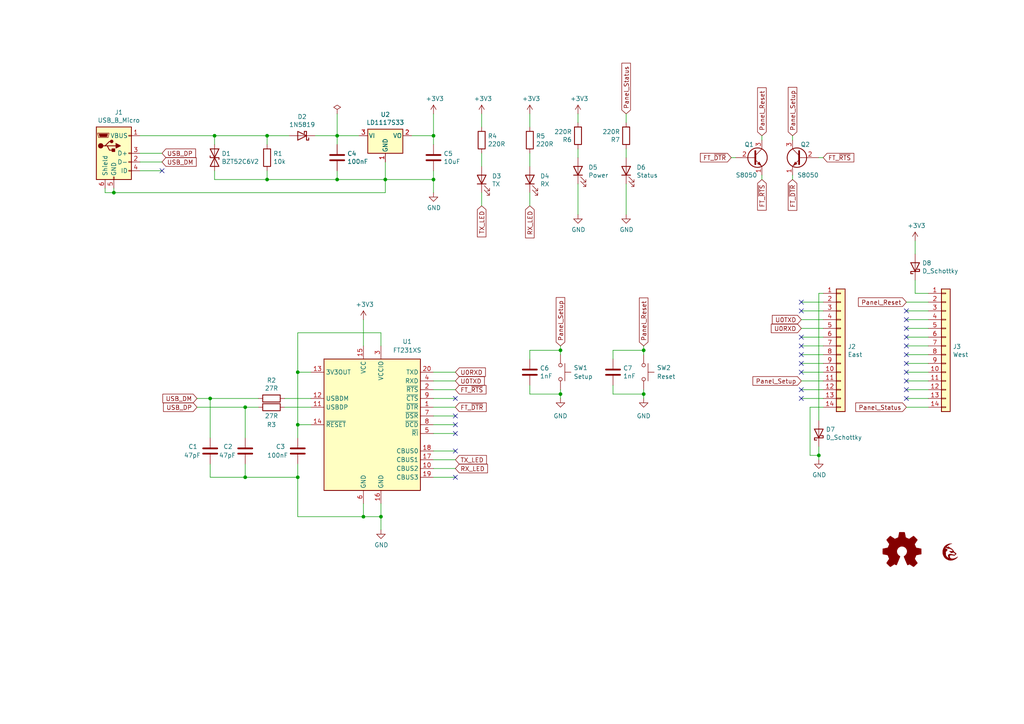
<source format=kicad_sch>
(kicad_sch (version 20211123) (generator eeschema)
  (paper "A4")
  (title_block (title "Satellite Panel") (date "2022-02-08") (rev "2.0") (company "GrayC GmbH") (comment 1 "Fabian Schlegel") (comment 4 "Front Panel Module with Setup / Reset Buttons and Status LEDs"))
  (lib_symbols
    (symbol "Connector:USB_B_Micro" (pin_names (offset 1.016))
      (property "Reference" "J" (at -5.08 11.43 0))
      (property "Value" "USB_B_Micro" (at -5.08 8.89 0))
      (symbol "USB_B_Micro_0_1"
        (rectangle (start -5.08 -7.62) (end 5.08 7.62) (stroke (width 0.254)) (fill (type background)))
        (circle (center -3.81 2.159) (radius 0.635) (stroke (width 0.254)) (fill (type outline)))
        (circle (center -0.635 3.429) (radius 0.381) (stroke (width 0.254)) (fill (type outline)))
        (rectangle (start -0.127 -7.62) (end 0.127 -6.858))
        (polyline (pts (xy -1.905 2.159) (xy 0.635 2.159)) (stroke (width 0.254)))
        (polyline (pts (xy -3.175 2.159) (xy -2.54 2.159) (xy -1.27 3.429) (xy -0.635 3.429)) (stroke (width 0.254)))
        (polyline (pts (xy -2.54 2.159) (xy -1.905 2.159) (xy -1.27 0.889) (xy 0 0.889)) (stroke (width 0.254)))
        (polyline (pts (xy 0.635 2.794) (xy 0.635 1.524) (xy 1.905 2.159) (xy 0.635 2.794)) (stroke (width 0.254)) (fill (type outline)))
        (polyline (pts (xy -4.318 5.588) (xy -1.778 5.588) (xy -2.032 4.826) (xy -4.064 4.826) (xy -4.318 5.588)) (fill (type outline)))
        (polyline (pts (xy -4.699 5.842) (xy -4.699 5.588) (xy -4.445 4.826) (xy -4.445 4.572) (xy -1.651 4.572) (xy -1.651 4.826) (xy -1.397 5.588) (xy -1.397 5.842) (xy -4.699 5.842)))
        (rectangle (start 0.254 1.27) (end -0.508 0.508) (stroke (width 0.254)) (fill (type outline)))
        (rectangle (start 5.08 -5.207) (end 4.318 -4.953))
        (rectangle (start 5.08 -2.667) (end 4.318 -2.413))
        (rectangle (start 5.08 -0.127) (end 4.318 0.127))
        (rectangle (start 5.08 4.953) (end 4.318 5.207))
      )
      (symbol "USB_B_Micro_1_1"
        (pin power_out line (at 7.62 5.08 180) (length 2.54) (name "VBUS") (number "1"))
        (pin bidirectional line (at 7.62 -2.54 180) (length 2.54) (name "D-") (number "2"))
        (pin bidirectional line (at 7.62 0 180) (length 2.54) (name "D+") (number "3"))
        (pin passive line (at 7.62 -5.08 180) (length 2.54) (name "ID") (number "4"))
        (pin power_out line (at 0 -10.16 90) (length 2.54) (name "GND") (number "5"))
        (pin passive line (at -2.54 -10.16 90) (length 2.54) (name "Shield") (number "6"))
      )
    )
    (symbol "Connector_Generic:Conn_01x14" (pin_names (offset 1.016) hide)
      (property "Reference" "J" (at 0 17.78 0))
      (property "Value" "Conn_01x14" (at 0 -20.32 0))
      (symbol "Conn_01x14_1_1"
        (rectangle (start -1.27 -17.653) (end 0 -17.907) (stroke (width 0.1524)))
        (rectangle (start -1.27 -15.113) (end 0 -15.367) (stroke (width 0.1524)))
        (rectangle (start -1.27 -12.573) (end 0 -12.827) (stroke (width 0.1524)))
        (rectangle (start -1.27 -10.033) (end 0 -10.287) (stroke (width 0.1524)))
        (rectangle (start -1.27 -7.493) (end 0 -7.747) (stroke (width 0.1524)))
        (rectangle (start -1.27 -4.953) (end 0 -5.207) (stroke (width 0.1524)))
        (rectangle (start -1.27 -2.413) (end 0 -2.667) (stroke (width 0.1524)))
        (rectangle (start -1.27 0.127) (end 0 -0.127) (stroke (width 0.1524)))
        (rectangle (start -1.27 2.667) (end 0 2.413) (stroke (width 0.1524)))
        (rectangle (start -1.27 5.207) (end 0 4.953) (stroke (width 0.1524)))
        (rectangle (start -1.27 7.747) (end 0 7.493) (stroke (width 0.1524)))
        (rectangle (start -1.27 10.287) (end 0 10.033) (stroke (width 0.1524)))
        (rectangle (start -1.27 12.827) (end 0 12.573) (stroke (width 0.1524)))
        (rectangle (start -1.27 15.367) (end 0 15.113) (stroke (width 0.1524)))
        (rectangle (start -1.27 16.51) (end 1.27 -19.05) (stroke (width 0.254)) (fill (type background)))
        (pin passive line (at -5.08 15.24 0) (length 3.81) (name "Pin_1") (number "1"))
        (pin passive line (at -5.08 -7.62 0) (length 3.81) (name "Pin_10") (number "10"))
        (pin passive line (at -5.08 -10.16 0) (length 3.81) (name "Pin_11") (number "11"))
        (pin passive line (at -5.08 -12.7 0) (length 3.81) (name "Pin_12") (number "12"))
        (pin passive line (at -5.08 -15.24 0) (length 3.81) (name "Pin_13") (number "13"))
        (pin passive line (at -5.08 -17.78 0) (length 3.81) (name "Pin_14") (number "14"))
        (pin passive line (at -5.08 12.7 0) (length 3.81) (name "Pin_2") (number "2"))
        (pin passive line (at -5.08 10.16 0) (length 3.81) (name "Pin_3") (number "3"))
        (pin passive line (at -5.08 7.62 0) (length 3.81) (name "Pin_4") (number "4"))
        (pin passive line (at -5.08 5.08 0) (length 3.81) (name "Pin_5") (number "5"))
        (pin passive line (at -5.08 2.54 0) (length 3.81) (name "Pin_6") (number "6"))
        (pin passive line (at -5.08 0 0) (length 3.81) (name "Pin_7") (number "7"))
        (pin passive line (at -5.08 -2.54 0) (length 3.81) (name "Pin_8") (number "8"))
        (pin passive line (at -5.08 -5.08 0) (length 3.81) (name "Pin_9") (number "9"))
      )
    )
    (symbol "Device:C" (pin_numbers hide) (pin_names (offset 0.254))
      (property "Reference" "C" (at 0.635 2.54 0))
      (property "Value" "C" (at 0.635 -2.54 0))
      (symbol "C_0_1"
        (polyline (pts (xy -2.032 -0.762) (xy 2.032 -0.762)) (stroke (width 0.508)))
        (polyline (pts (xy -2.032 0.762) (xy 2.032 0.762)) (stroke (width 0.508)))
      )
      (symbol "C_1_1"
        (pin passive line (at 0 3.81 270) (length 2.794) (name "~") (number "1"))
        (pin passive line (at 0 -3.81 90) (length 2.794) (name "~") (number "2"))
      )
    )
    (symbol "Device:D_Schottky" (pin_numbers hide) (pin_names (offset 1.016) hide)
      (property "Reference" "D" (at 0 2.54 0))
      (property "Value" "D_Schottky" (at 0 -2.54 0))
      (symbol "D_Schottky_0_1"
        (polyline (pts (xy 1.27 0) (xy -1.27 0)))
        (polyline (pts (xy 1.27 1.27) (xy 1.27 -1.27) (xy -1.27 0) (xy 1.27 1.27)) (stroke (width 0.254)))
        (polyline (pts (xy -1.905 0.635) (xy -1.905 1.27) (xy -1.27 1.27) (xy -1.27 -1.27) (xy -0.635 -1.27) (xy -0.635 -0.635)) (stroke (width 0.254)))
      )
      (symbol "D_Schottky_1_1"
        (pin passive line (at -3.81 0 0) (length 2.54) (name "K") (number "1"))
        (pin passive line (at 3.81 0 180) (length 2.54) (name "A") (number "2"))
      )
    )
    (symbol "Device:D_TVS" (pin_numbers hide) (pin_names (offset 1.016) hide)
      (property "Reference" "D" (at 0 2.54 0))
      (property "Value" "D_TVS" (at 0 -2.54 0))
      (symbol "D_TVS_0_1"
        (polyline (pts (xy 1.27 0) (xy -1.27 0)))
        (polyline (pts (xy 0.508 1.27) (xy 0 1.27) (xy 0 -1.27) (xy -0.508 -1.27)) (stroke (width 0.254)))
        (polyline (pts (xy -2.54 1.27) (xy -2.54 -1.27) (xy 2.54 1.27) (xy 2.54 -1.27) (xy -2.54 1.27)) (stroke (width 0.254)))
      )
      (symbol "D_TVS_1_1"
        (pin passive line (at -3.81 0 0) (length 2.54) (name "A1") (number "1"))
        (pin passive line (at 3.81 0 180) (length 2.54) (name "A2") (number "2"))
      )
    )
    (symbol "Device:LED" (pin_numbers hide) (pin_names (offset 1.016) hide)
      (property "Reference" "D" (at 0 2.54 0))
      (property "Value" "LED" (at 0 -2.54 0))
      (symbol "LED_0_1"
        (polyline (pts (xy -1.27 -1.27) (xy -1.27 1.27)) (stroke (width 0.254)))
        (polyline (pts (xy -1.27 0) (xy 1.27 0)))
        (polyline (pts (xy 1.27 -1.27) (xy 1.27 1.27) (xy -1.27 0) (xy 1.27 -1.27)) (stroke (width 0.254)))
        (polyline (pts (xy -3.048 -0.762) (xy -4.572 -2.286) (xy -3.81 -2.286) (xy -4.572 -2.286) (xy -4.572 -1.524)))
        (polyline (pts (xy -1.778 -0.762) (xy -3.302 -2.286) (xy -2.54 -2.286) (xy -3.302 -2.286) (xy -3.302 -1.524)))
      )
      (symbol "LED_1_1"
        (pin passive line (at -3.81 0 0) (length 2.54) (name "K") (number "1"))
        (pin passive line (at 3.81 0 180) (length 2.54) (name "A") (number "2"))
      )
    )
    (symbol "Device:R" (pin_numbers hide) (pin_names (offset 0))
      (property "Reference" "R" (at 2.032 0 90))
      (property "Value" "R" (at 0 0 90))
      (symbol "R_0_1"
        (rectangle (start -1.016 -2.54) (end 1.016 2.54) (stroke (width 0.254)))
      )
      (symbol "R_1_1"
        (pin passive line (at 0 3.81 270) (length 1.27) (name "~") (number "1"))
        (pin passive line (at 0 -3.81 90) (length 1.27) (name "~") (number "2"))
      )
    )
    (symbol "Graphic:Logo_Open_Hardware_Small" (pin_names (offset 1.016))
      (symbol "Logo_Open_Hardware_Small_0_1"
        (polyline (pts (xy 3.3528 -4.3434) (xy 3.302 -4.318) (xy 3.175 -4.2418) (xy 2.9972 -4.1148) (xy 2.7686 -3.9624) (xy 2.54 -3.81) (xy 2.3622 -3.7084) (xy 2.2352 -3.6068) (xy 2.1844 -3.5814) (xy 2.159 -3.6068) (xy 2.0574 -3.6576) (xy 1.905 -3.7338) (xy 1.8034 -3.7846) (xy 1.6764 -3.8354) (xy 1.6002 -3.8354) (xy 1.6002 -3.8354) (xy 1.5494 -3.7338) (xy 1.4732 -3.5306) (xy 1.3462 -3.302) (xy 1.2446 -3.0226) (xy 1.1176 -2.7178) (xy 0.9652 -2.413) (xy 0.8636 -2.1082) (xy 0.7366 -1.8288) (xy 0.6604 -1.6256) (xy 0.6096 -1.4732) (xy 0.5842 -1.397) (xy 0.5842 -1.397) (xy 0.6604 -1.3208) (xy 0.7874 -1.2446) (xy 1.0414 -1.016) (xy 1.2954 -0.6858) (xy 1.4478 -0.3302) (xy 1.524 0.0762) (xy 1.4732 0.4572) (xy 1.3208 0.8128) (xy 1.0668 1.143) (xy 0.762 1.3716) (xy 0.4064 1.524) (xy 0 1.5748) (xy -0.381 1.5494) (xy -0.7366 1.397) (xy -1.0668 1.143) (xy -1.2192 0.9906) (xy -1.397 0.6604) (xy -1.524 0.3048) (xy -1.524 0.2286) (xy -1.4986 -0.1778) (xy -1.397 -0.5334) (xy -1.1938 -0.8636) (xy -0.9144 -1.143) (xy -0.8636 -1.1684) (xy -0.7366 -1.27) (xy -0.635 -1.3462) (xy -0.5842 -1.397) (xy -1.0668 -2.5908) (xy -1.143 -2.794) (xy -1.2954 -3.1242) (xy -1.397 -3.4036) (xy -1.4986 -3.6322) (xy -1.5748 -3.7846) (xy -1.6002 -3.8354) (xy -1.6002 -3.8354) (xy -1.651 -3.8354) (xy -1.7272 -3.81) (xy -1.905 -3.7338) (xy -2.0066 -3.683) (xy -2.1336 -3.6068) (xy -2.2098 -3.5814) (xy -2.2606 -3.6068) (xy -2.3622 -3.683) (xy -2.54 -3.81) (xy -2.7686 -3.9624) (xy -2.9718 -4.0894) (xy -3.1496 -4.2164) (xy -3.302 -4.318) (xy -3.3528 -4.3434) (xy -3.3782 -4.3434) (xy -3.429 -4.318) (xy -3.5306 -4.2164) (xy -3.7084 -4.064) (xy -3.937 -3.8354) (xy -3.9624 -3.81) (xy -4.1656 -3.6068) (xy -4.318 -3.4544) (xy -4.4196 -3.3274) (xy -4.445 -3.2766) (xy -4.445 -3.2766) (xy -4.4196 -3.2258) (xy -4.318 -3.0734) (xy -4.2164 -2.8956) (xy -4.064 -2.667) (xy -3.6576 -2.0828) (xy -3.8862 -1.5494) (xy -3.937 -1.3716) (xy -4.0386 -1.1684) (xy -4.0894 -1.0414) (xy -4.1148 -0.9652) (xy -4.191 -0.9398) (xy -4.318 -0.9144) (xy -4.5466 -0.8636) (xy -4.8006 -0.8128) (xy -5.0546 -0.7874) (xy -5.2578 -0.7366) (xy -5.4356 -0.7112) (xy -5.5118 -0.6858) (xy -5.5118 -0.6858) (xy -5.5372 -0.635) (xy -5.5372 -0.5588) (xy -5.5372 -0.4318) (xy -5.5626 -0.2286) (xy -5.5626 0.0762) (xy -5.5626 0.127) (xy -5.5372 0.4064) (xy -5.5372 0.635) (xy -5.5372 0.762) (xy -5.5372 0.8382) (xy -5.5372 0.8382) (xy -5.461 0.8382) (xy -5.3086 0.889) (xy -5.08 0.9144) (xy -4.826 0.9652) (xy -4.8006 0.9906) (xy -4.5466 1.0414) (xy -4.318 1.0668) (xy -4.1656 1.1176) (xy -4.0894 1.143) (xy -4.0894 1.143) (xy -4.0386 1.2446) (xy -3.9624 1.4224) (xy -3.8608 1.6256) (xy -3.7846 1.8288) (xy -3.7084 2.0066) (xy -3.6576 2.159) (xy -3.6322 2.2098) (xy -3.6322 2.2098) (xy -3.683 2.286) (xy -3.7592 2.413) (xy -3.8862 2.5908) (xy -4.064 2.8194) (xy -4.064 2.8448) (xy -4.2164 3.0734) (xy -4.3434 3.2512) (xy -4.4196 3.3782) (xy -4.445 3.4544) (xy -4.445 3.4544) (xy -4.3942 3.5052) (xy -4.2926 3.6322) (xy -4.1148 3.81) (xy -3.937 4.0132) (xy -3.8608 4.064) (xy -3.6576 4.2926) (xy -3.5052 4.4196) (xy -3.4036 4.4958) (xy -3.3528 4.5212) (xy -3.3528 4.5212) (xy -3.302 4.4704) (xy -3.1496 4.3688) (xy -2.9718 4.2418) (xy -2.7432 4.0894) (xy -2.7178 4.0894) (xy -2.4892 3.937) (xy -2.3114 3.81) (xy -2.1844 3.7084) (xy -2.1336 3.683) (xy -2.1082 3.683) (xy -2.032 3.7084) (xy -1.8542 3.7592) (xy -1.6764 3.8354) (xy -1.4732 3.937) (xy -1.27 4.0132) (xy -1.143 4.064) (xy -1.0668 4.1148) (xy -1.0668 4.1148) (xy -1.0414 4.191) (xy -1.016 4.3434) (xy -0.9652 4.572) (xy -0.9144 4.8514) (xy -0.889 4.9022) (xy -0.8382 5.1562) (xy -0.8128 5.3848) (xy -0.7874 5.5372) (xy -0.762 5.588) (xy -0.7112 5.6134) (xy -0.5842 5.6134) (xy -0.4064 5.6134) (xy -0.1524 5.6134) (xy 0.0762 5.6134) (xy 0.3302 5.6134) (xy 0.5334 5.6134) (xy 0.6858 5.588) (xy 0.7366 5.588) (xy 0.7366 5.588) (xy 0.762 5.5118) (xy 0.8128 5.334) (xy 0.8382 5.1054) (xy 0.9144 4.826) (xy 0.9144 4.7752) (xy 0.9652 4.5212) (xy 1.016 4.2926) (xy 1.0414 4.1402) (xy 1.0668 4.0894) (xy 1.0668 4.0894) (xy 1.1938 4.0386) (xy 1.3716 3.9624) (xy 1.5748 3.8608) (xy 2.0828 3.6576) (xy 2.7178 4.0894) (xy 2.7686 4.1402) (xy 2.9972 4.2926) (xy 3.175 4.4196) (xy 3.302 4.4958) (xy 3.3782 4.5212) (xy 3.3782 4.5212) (xy 3.429 4.4704) (xy 3.556 4.3434) (xy 3.7338 4.191) (xy 3.9116 3.9878) (xy 4.064 3.8354) (xy 4.2418 3.6576) (xy 4.3434 3.556) (xy 4.4196 3.4798) (xy 4.4196 3.429) (xy 4.4196 3.4036) (xy 4.3942 3.3274) (xy 4.2926 3.2004) (xy 4.1656 2.9972) (xy 4.0132 2.794) (xy 3.8862 2.5908) (xy 3.7592 2.3876) (xy 3.6576 2.2352) (xy 3.6322 2.159) (xy 3.6322 2.1336) (xy 3.683 2.0066) (xy 3.7592 1.8288) (xy 3.8608 1.6002) (xy 4.064 1.1176) (xy 4.3942 1.0414) (xy 4.5974 1.016) (xy 4.8768 0.9652) (xy 5.1308 0.9144) (xy 5.5372 0.8382) (xy 5.5626 -0.6604) (xy 5.4864 -0.6858) (xy 5.4356 -0.6858) (xy 5.2832 -0.7366) (xy 5.0546 -0.762) (xy 4.8006 -0.8128) (xy 4.5974 -0.8636) (xy 4.3688 -0.9144) (xy 4.2164 -0.9398) (xy 4.1402 -0.9398) (xy 4.1148 -0.9652) (xy 4.064 -1.0668) (xy 3.9878 -1.2446) (xy 3.9116 -1.4478) (xy 3.81 -1.651) (xy 3.7338 -1.8542) (xy 3.683 -2.0066) (xy 3.6576 -2.0828) (xy 3.683 -2.1336) (xy 3.7846 -2.2606) (xy 3.8862 -2.4638) (xy 4.0386 -2.667) (xy 4.191 -2.8956) (xy 4.318 -3.0734) (xy 4.3942 -3.2004) (xy 4.445 -3.2766) (xy 4.4196 -3.3274) (xy 4.3434 -3.429) (xy 4.1656 -3.5814) (xy 3.937 -3.8354) (xy 3.8862 -3.8608) (xy 3.683 -4.064) (xy 3.5306 -4.2164) (xy 3.4036 -4.318) (xy 3.3528 -4.3434)) (fill (type outline)))
      )
    )
    (symbol "Interface_USB:FT231XS"
      (property "Reference" "U" (at -13.97 20.32 0))
      (property "Value" "FT231XS" (at 7.62 20.32 0))
      (symbol "FT231XS_0_1"
        (rectangle (start -13.97 19.05) (end 13.97 -19.05) (stroke (width 0.254)) (fill (type background)))
      )
      (symbol "FT231XS_1_1"
        (pin output line (at 17.78 5.08 180) (length 3.81) (name "~{DTR}") (number "1"))
        (pin bidirectional line (at 17.78 -12.7 180) (length 3.81) (name "CBUS2") (number "10"))
        (pin bidirectional line (at -17.78 5.08 0) (length 3.81) (name "USBDP") (number "11"))
        (pin bidirectional line (at -17.78 7.62 0) (length 3.81) (name "USBDM") (number "12"))
        (pin power_out line (at -17.78 15.24 0) (length 3.81) (name "3V3OUT") (number "13"))
        (pin input line (at -17.78 0 0) (length 3.81) (name "~{RESET}") (number "14"))
        (pin power_in line (at -2.54 22.86 270) (length 3.81) (name "VCC") (number "15"))
        (pin power_in line (at 2.54 -22.86 90) (length 3.81) (name "GND") (number "16"))
        (pin bidirectional line (at 17.78 -10.16 180) (length 3.81) (name "CBUS1") (number "17"))
        (pin bidirectional line (at 17.78 -7.62 180) (length 3.81) (name "CBUS0") (number "18"))
        (pin bidirectional line (at 17.78 -15.24 180) (length 3.81) (name "CBUS3") (number "19"))
        (pin output line (at 17.78 10.16 180) (length 3.81) (name "~{RTS}") (number "2"))
        (pin output line (at 17.78 15.24 180) (length 3.81) (name "TXD") (number "20"))
        (pin power_in line (at 2.54 22.86 270) (length 3.81) (name "VCCIO") (number "3"))
        (pin input line (at 17.78 12.7 180) (length 3.81) (name "RXD") (number "4"))
        (pin input line (at 17.78 -2.54 180) (length 3.81) (name "~{RI}") (number "5"))
        (pin power_in line (at -2.54 -22.86 90) (length 3.81) (name "GND") (number "6"))
        (pin input line (at 17.78 2.54 180) (length 3.81) (name "~{DSR}") (number "7"))
        (pin input line (at 17.78 0 180) (length 3.81) (name "~{DCD}") (number "8"))
        (pin input line (at 17.78 7.62 180) (length 3.81) (name "~{CTS}") (number "9"))
      )
    )
    (symbol "Regulator_Linear:LD1117S33TR_SOT223" (pin_names (offset 0.254))
      (property "Reference" "U" (at -3.81 3.175 0))
      (property "Value" "LD1117S33TR_SOT223" (at 0 3.175 0))
      (symbol "LD1117S33TR_SOT223_0_1"
        (rectangle (start -5.08 -5.08) (end 5.08 1.905) (stroke (width 0.254)) (fill (type background)))
      )
      (symbol "LD1117S33TR_SOT223_1_1"
        (pin power_in line (at 0 -7.62 90) (length 2.54) (name "GND") (number "1"))
        (pin power_out line (at 7.62 0 180) (length 2.54) (name "VO") (number "2"))
        (pin power_in line (at -7.62 0 0) (length 2.54) (name "VI") (number "3"))
      )
    )
    (symbol "Switch:SW_Push" (pin_numbers hide) (pin_names (offset 1.016) hide)
      (property "Reference" "SW" (at 1.27 2.54 0))
      (property "Value" "SW_Push" (at 0 -1.524 0))
      (symbol "SW_Push_0_1"
        (circle (center -2.032 0) (radius 0.508))
        (polyline (pts (xy 0 1.27) (xy 0 3.048)))
        (polyline (pts (xy 2.54 1.27) (xy -2.54 1.27)))
        (circle (center 2.032 0) (radius 0.508))
        (pin passive line (at -5.08 0 0) (length 2.54) (name "1") (number "1"))
        (pin passive line (at 5.08 0 180) (length 2.54) (name "2") (number "2"))
      )
    )
    (symbol "Transistor_BJT:S8050" (pin_names (offset 0) hide)
      (property "Reference" "Q" (at 5.08 1.905 0))
      (property "Value" "S8050" (at 5.08 0 0))
      (symbol "S8050_0_1"
        (polyline (pts (xy 0 0) (xy 0.635 0)))
        (polyline (pts (xy 0.635 0.635) (xy 2.54 2.54)))
        (polyline (pts (xy 0.635 -0.635) (xy 2.54 -2.54) (xy 2.54 -2.54)))
        (polyline (pts (xy 0.635 1.905) (xy 0.635 -1.905) (xy 0.635 -1.905)) (stroke (width 0.508)))
        (polyline (pts (xy 1.27 -1.778) (xy 1.778 -1.27) (xy 2.286 -2.286) (xy 1.27 -1.778) (xy 1.27 -1.778)) (fill (type outline)))
        (circle (center 1.27 0) (radius 2.8194) (stroke (width 0.254)))
      )
      (symbol "S8050_1_1"
        (pin passive line (at 2.54 -5.08 90) (length 2.54) (name "E") (number "1"))
        (pin input line (at -5.08 0 0) (length 5.08) (name "B") (number "2"))
        (pin passive line (at 2.54 5.08 270) (length 2.54) (name "C") (number "3"))
      )
    )
    (symbol "grayc-logo-negative:LOGO" (pin_names (offset 1.016))
      (symbol "LOGO_0_0"
        (polyline (pts (xy 0.4572 -2.5146) (xy 0.9398 -2.3876) (xy 1.397 -2.1844) (xy 1.8034 -1.9304) (xy 2.0828 -1.6256) (xy 2.159 -1.4732) (xy 2.159 -1.4478) (xy 2.0574 -1.5494) (xy 1.7526 -1.7526) (xy 1.2446 -1.9558) (xy 0.7112 -2.032) (xy 0.4826 -2.032) (xy 0.1524 -1.9304) (xy -0.0508 -1.7526) (xy -0.1524 -1.4478) (xy -0.1778 -1.2192) (xy -0.1016 -1.1176) (xy 0.0508 -1.016) (xy 0.1524 -0.9906) (xy 0.4064 -0.9652) (xy 0.7112 -1.016) (xy 0.8128 -1.0414) (xy 1.0414 -1.0922) (xy 1.2192 -1.1176) (xy 1.2446 -1.0922) (xy 1.3716 -1.016) (xy 1.5494 -0.8636) (xy 1.7018 -0.7112) (xy 1.778 -0.5842) (xy 1.6002 -0.4064) (xy 1.397 -0.254) (xy 1.0922 0) (xy 0.9652 0.2286) (xy 0.9144 0.3556) (xy 0.762 0.5842) (xy 0.508 0.8128) (xy 0.1016 1.0414) (xy -0.3048 1.2954) (xy -0.4064 1.397) (xy -0.4572 1.4986) (xy -0.5588 1.4986) (xy -0.6096 1.3716) (xy -0.635 1.2954) (xy -0.7366 1.2954) (xy -0.8128 1.3208) (xy -1.016 1.3462) (xy -1.0668 1.397) (xy -0.9906 1.4986) (xy -0.8382 1.651) (xy -0.635 1.8288) (xy -0.127 2.1336) (xy 0.0762 2.2352) (xy 0.5334 2.3622) (xy 0.0508 2.3368) (xy -0.4064 2.2606) (xy -0.9906 2.032) (xy -1.4986 1.651) (xy -1.7272 1.3716) (xy -1.8542 1.1176) (xy -1.4478 1.1176) (xy -1.4478 1.143) (xy -1.3208 1.1684) (xy -1.0922 1.1176) (xy -0.7874 1.016) (xy -0.635 0.9398) (xy -0.4572 0.889) (xy -0.381 0.9144) (xy -0.3556 0.9398) (xy -0.254 0.9398) (xy -0.0508 0.8636) (xy 0.2032 0.762) (xy 0.4318 0.635) (xy 0.6096 0.5334) (xy 0.6858 0.4064) (xy 0.762 0.254) (xy 0.7366 0.2032) (xy 0.6858 0.1524) (xy 0.5334 0.127) (xy 0.2286 0.1524) (xy 0.0254 0.1524) (xy -0.1778 0.127) (xy -0.2286 0.0762) (xy -0.2032 0.0508) (xy -0.0762 0) (xy -0.0508 0) (xy 0.0762 -0.0762) (xy 0.2794 -0.0762) (xy 0.2794 -0.0254) (xy 0.381 -0.0254) (xy 0.4064 -0.0508) (xy 0.3302 -0.1016) (xy 0.2794 -0.0762) (xy 0.0762 -0.0762) (xy 0.1778 -0.2032) (xy 0.1778 -0.3048) (xy 0.2286 -0.3302) (xy 0.4064 -0.3302) (xy 0.6604 -0.254) (xy 0.6858 -0.254) (xy 0.9906 -0.2032) (xy 1.2192 -0.3048) (xy 1.3716 -0.508) (xy 1.4224 -0.635) (xy 1.4478 -0.762) (xy 1.3716 -0.8636) (xy 1.3208 -0.889) (xy 1.1938 -0.9144) (xy 0.9652 -0.8636) (xy 0.635 -0.7874) (xy 0.2794 -0.6858) (xy -0.0254 -0.6604) (xy -0.254 -0.6858) (xy -0.4318 -0.8636) (xy -0.5334 -0.889) (xy -0.5842 -0.9144) (xy -0.6096 -1.0414) (xy -0.5842 -1.2446) (xy -0.5334 -1.4478) (xy -0.4572 -1.6002) (xy -0.4064 -1.6764) (xy -0.381 -1.8034) (xy -0.4572 -1.8034) (xy -0.6604 -1.7018) (xy -0.8128 -1.6002) (xy -1.0922 -1.3208) (xy -1.2446 -1.0414) (xy -1.27 -0.6604) (xy -1.2446 -0.5334) (xy -1.27 -0.3556) (xy -1.2954 -0.3048) (xy -1.3208 -0.3302) (xy -1.3716 -0.3048) (xy -1.3462 -0.1778) (xy -1.2446 -0.0254) (xy -1.1176 0.1524) (xy -0.9144 0.3556) (xy -0.8128 0.5334) (xy -0.889 0.7112) (xy -1.143 0.8382) (xy -1.3716 0.9398) (xy -1.4478 1.1176) (xy -1.8542 1.1176) (xy -2.0066 0.8636) (xy -2.032 0.7112) (xy -1.27 0.7112) (xy -1.2446 0.762) (xy -1.1938 0.7112) (xy -1.2446 0.6604) (xy -1.27 0.7112) (xy -2.032 0.7112) (xy -2.159 0.3048) (xy -2.1844 -0.254) (xy -2.0828 -0.8128) (xy -1.8542 -1.3462) (xy -1.524 -1.8034) (xy -1.0668 -2.159) (xy -0.508 -2.413) (xy -0.4318 -2.4384) (xy -0.127 -2.5146) (xy 0.1524 -2.54) (xy 0.4572 -2.5146)) (stroke (width 0.0254)) (fill (type outline)))
      )
    )
    (symbol "power:+3V3" (power) (pin_names (offset 0))
      (property "Value" "+3V3" (at 0 3.556 0))
      (symbol "+3V3_0_1"
        (polyline (pts (xy -0.762 1.27) (xy 0 2.54)))
        (polyline (pts (xy 0 0) (xy 0 2.54)))
        (polyline (pts (xy 0 2.54) (xy 0.762 1.27)))
      )
      (symbol "+3V3_1_1"
        (pin power_in line (at 0 0 90) (length 0) hide (name "+3V3") (number "1"))
      )
    )
    (symbol "power:GND" (power) (pin_names (offset 0))
      (property "Value" "GND" (at 0 -3.81 0))
      (symbol "GND_0_1"
        (polyline (pts (xy 0 0) (xy 0 -1.27) (xy 1.27 -1.27) (xy 0 -2.54) (xy -1.27 -1.27) (xy 0 -1.27)))
      )
      (symbol "GND_1_1"
        (pin power_in line (at 0 0 270) (length 0) hide (name "GND") (number "1"))
      )
    )
    (symbol "power:PWR_FLAG" (power) (pin_numbers hide) (pin_names (offset 0) hide)
      (property "Value" "PWR_FLAG" (at 0 3.81 0))
      (symbol "PWR_FLAG_0_0"
        (pin power_out line (at 0 0 90) (length 0) (name "pwr") (number "1"))
      )
      (symbol "PWR_FLAG_0_1"
        (polyline (pts (xy 0 0) (xy 0 1.27) (xy -1.016 1.905) (xy 0 2.54) (xy 1.016 1.905) (xy 0 1.27)))
      )
    )
  )
  (junction (at 77.47 39.37))
  (junction (at 71.12 138.43))
  (junction (at 86.36 138.43))
  (junction (at 60.96 115.57))
  (junction (at 186.69 114.3))
  (junction (at 86.36 123.19))
  (junction (at 33.02 55.88))
  (junction (at 162.56 114.3))
  (junction (at 162.56 101.6))
  (junction (at 97.79 52.07))
  (junction (at 125.73 39.37))
  (junction (at 186.69 101.6))
  (junction (at 71.12 118.11))
  (junction (at 110.49 149.86))
  (junction (at 237.49 132.08))
  (junction (at 97.79 39.37))
  (junction (at 111.76 52.07))
  (junction (at 125.73 52.07))
  (junction (at 86.36 107.95))
  (junction (at 77.47 52.07))
  (junction (at 62.23 39.37))
  (junction (at 105.41 149.86))
  (no_connect (at 232.41 100.33))
  (no_connect (at 262.89 97.79))
  (no_connect (at 262.89 113.03))
  (no_connect (at 232.41 113.03))
  (no_connect (at 46.99 49.53))
  (no_connect (at 232.41 115.57))
  (no_connect (at 232.41 102.87))
  (no_connect (at 262.89 90.17))
  (no_connect (at 132.08 138.43))
  (no_connect (at 262.89 95.25))
  (no_connect (at 132.08 130.81))
  (no_connect (at 132.08 120.65))
  (no_connect (at 262.89 105.41))
  (no_connect (at 262.89 102.87))
  (no_connect (at 262.89 92.71))
  (no_connect (at 262.89 115.57))
  (no_connect (at 132.08 125.73))
  (no_connect (at 262.89 100.33))
  (no_connect (at 132.08 115.57))
  (no_connect (at 262.89 110.49))
  (no_connect (at 232.41 105.41))
  (no_connect (at 132.08 123.19))
  (no_connect (at 262.89 107.95))
  (no_connect (at 232.41 87.63))
  (no_connect (at 232.41 107.95))
  (no_connect (at 232.41 90.17))
  (no_connect (at 232.41 97.79))
  (wire (pts (xy 91.44 39.37) (xy 97.79 39.37)))
  (wire (pts (xy 139.7 44.45) (xy 139.7 48.26)))
  (wire (pts (xy 77.47 49.53) (xy 77.47 52.07)))
  (wire (pts (xy 177.8 101.6) (xy 186.69 101.6)))
  (wire (pts (xy 71.12 134.62) (xy 71.12 138.43)))
  (wire (pts (xy 46.99 49.53) (xy 40.64 49.53)))
  (wire (pts (xy 139.7 33.02) (xy 139.7 36.83)))
  (wire (pts (xy 153.67 101.6) (xy 162.56 101.6)))
  (wire (pts (xy 262.89 105.41) (xy 269.24 105.41)))
  (wire (pts (xy 177.8 101.6) (xy 177.8 104.14)))
  (wire (pts (xy 110.49 100.33) (xy 110.49 96.52)))
  (wire (pts (xy 153.67 55.88) (xy 153.67 59.69)))
  (wire (pts (xy 105.41 149.86) (xy 110.49 149.86)))
  (wire (pts (xy 186.69 100.33) (xy 186.69 101.6)))
  (wire (pts (xy 110.49 96.52) (xy 86.36 96.52)))
  (wire (pts (xy 77.47 41.91) (xy 77.47 39.37)))
  (wire (pts (xy 237.49 132.08) (xy 237.49 129.54)))
  (wire (pts (xy 40.64 46.99) (xy 46.99 46.99)))
  (wire (pts (xy 162.56 113.03) (xy 162.56 114.3)))
  (wire (pts (xy 232.41 102.87) (xy 238.76 102.87)))
  (wire (pts (xy 153.67 44.45) (xy 153.67 48.26)))
  (wire (pts (xy 60.96 115.57) (xy 60.96 127)))
  (wire (pts (xy 111.76 52.07) (xy 97.79 52.07)))
  (wire (pts (xy 232.41 95.25) (xy 238.76 95.25)))
  (wire (pts (xy 177.8 111.76) (xy 177.8 114.3)))
  (wire (pts (xy 125.73 39.37) (xy 125.73 33.02)))
  (wire (pts (xy 186.69 113.03) (xy 186.69 114.3)))
  (wire (pts (xy 162.56 114.3) (xy 162.56 115.57)))
  (wire (pts (xy 232.41 87.63) (xy 238.76 87.63)))
  (wire (pts (xy 162.56 100.33) (xy 162.56 101.6)))
  (wire (pts (xy 232.41 113.03) (xy 238.76 113.03)))
  (wire (pts (xy 234.95 118.11) (xy 238.76 118.11)))
  (wire (pts (xy 186.69 114.3) (xy 186.69 115.57)))
  (wire (pts (xy 132.08 133.35) (xy 125.73 133.35)))
  (wire (pts (xy 232.41 107.95) (xy 238.76 107.95)))
  (wire (pts (xy 60.96 134.62) (xy 60.96 138.43)))
  (wire (pts (xy 153.67 111.76) (xy 153.67 114.3)))
  (wire (pts (xy 132.08 113.03) (xy 125.73 113.03)))
  (wire (pts (xy 105.41 146.05) (xy 105.41 149.86)))
  (wire (pts (xy 153.67 33.02) (xy 153.67 36.83)))
  (wire (pts (xy 105.41 92.71) (xy 105.41 100.33)))
  (wire (pts (xy 262.89 115.57) (xy 269.24 115.57)))
  (wire (pts (xy 232.41 92.71) (xy 238.76 92.71)))
  (wire (pts (xy 97.79 39.37) (xy 104.14 39.37)))
  (wire (pts (xy 111.76 46.99) (xy 111.76 52.07)))
  (wire (pts (xy 232.41 105.41) (xy 238.76 105.41)))
  (wire (pts (xy 262.89 95.25) (xy 269.24 95.25)))
  (wire (pts (xy 262.89 110.49) (xy 269.24 110.49)))
  (wire (pts (xy 125.73 110.49) (xy 132.08 110.49)))
  (wire (pts (xy 125.73 52.07) (xy 125.73 55.88)))
  (wire (pts (xy 30.48 54.61) (xy 30.48 55.88)))
  (wire (pts (xy 162.56 101.6) (xy 162.56 102.87)))
  (wire (pts (xy 132.08 125.73) (xy 125.73 125.73)))
  (wire (pts (xy 237.49 133.35) (xy 237.49 132.08)))
  (wire (pts (xy 125.73 49.53) (xy 125.73 52.07)))
  (wire (pts (xy 57.15 118.11) (xy 71.12 118.11)))
  (wire (pts (xy 62.23 39.37) (xy 77.47 39.37)))
  (wire (pts (xy 265.43 85.09) (xy 269.24 85.09)))
  (wire (pts (xy 262.89 97.79) (xy 269.24 97.79)))
  (wire (pts (xy 262.89 102.87) (xy 269.24 102.87)))
  (wire (pts (xy 262.89 90.17) (xy 269.24 90.17)))
  (wire (pts (xy 132.08 115.57) (xy 125.73 115.57)))
  (wire (pts (xy 234.95 118.11) (xy 234.95 132.08)))
  (wire (pts (xy 220.98 39.37) (xy 220.98 40.64)))
  (wire (pts (xy 262.89 118.11) (xy 269.24 118.11)))
  (wire (pts (xy 132.08 118.11) (xy 125.73 118.11)))
  (wire (pts (xy 110.49 149.86) (xy 110.49 153.67)))
  (wire (pts (xy 86.36 123.19) (xy 86.36 127)))
  (wire (pts (xy 232.41 90.17) (xy 238.76 90.17)))
  (wire (pts (xy 40.64 39.37) (xy 62.23 39.37)))
  (wire (pts (xy 132.08 120.65) (xy 125.73 120.65)))
  (wire (pts (xy 77.47 52.07) (xy 62.23 52.07)))
  (wire (pts (xy 82.55 115.57) (xy 90.17 115.57)))
  (wire (pts (xy 86.36 107.95) (xy 86.36 123.19)))
  (wire (pts (xy 262.89 92.71) (xy 269.24 92.71)))
  (wire (pts (xy 57.15 115.57) (xy 60.96 115.57)))
  (wire (pts (xy 86.36 96.52) (xy 86.36 107.95)))
  (wire (pts (xy 77.47 39.37) (xy 83.82 39.37)))
  (wire (pts (xy 167.64 53.34) (xy 167.64 62.23)))
  (wire (pts (xy 262.89 87.63) (xy 269.24 87.63)))
  (wire (pts (xy 90.17 123.19) (xy 86.36 123.19)))
  (wire (pts (xy 62.23 52.07) (xy 62.23 49.53)))
  (wire (pts (xy 234.95 132.08) (xy 237.49 132.08)))
  (wire (pts (xy 97.79 33.02) (xy 97.79 39.37)))
  (wire (pts (xy 229.87 50.8) (xy 229.87 52.07)))
  (wire (pts (xy 153.67 101.6) (xy 153.67 104.14)))
  (wire (pts (xy 262.89 100.33) (xy 269.24 100.33)))
  (wire (pts (xy 132.08 135.89) (xy 125.73 135.89)))
  (wire (pts (xy 111.76 55.88) (xy 111.76 52.07)))
  (wire (pts (xy 177.8 114.3) (xy 186.69 114.3)))
  (wire (pts (xy 186.69 101.6) (xy 186.69 102.87)))
  (wire (pts (xy 74.93 115.57) (xy 60.96 115.57)))
  (wire (pts (xy 90.17 107.95) (xy 86.36 107.95)))
  (wire (pts (xy 86.36 138.43) (xy 86.36 149.86)))
  (wire (pts (xy 181.61 53.34) (xy 181.61 62.23)))
  (wire (pts (xy 167.64 33.02) (xy 167.64 35.56)))
  (wire (pts (xy 237.49 45.72) (xy 238.76 45.72)))
  (wire (pts (xy 33.02 55.88) (xy 33.02 54.61)))
  (wire (pts (xy 181.61 43.18) (xy 181.61 45.72)))
  (wire (pts (xy 132.08 130.81) (xy 125.73 130.81)))
  (wire (pts (xy 97.79 49.53) (xy 97.79 52.07)))
  (wire (pts (xy 181.61 33.02) (xy 181.61 35.56)))
  (wire (pts (xy 71.12 118.11) (xy 71.12 127)))
  (wire (pts (xy 60.96 138.43) (xy 71.12 138.43)))
  (wire (pts (xy 262.89 113.03) (xy 269.24 113.03)))
  (wire (pts (xy 265.43 81.28) (xy 265.43 85.09)))
  (wire (pts (xy 262.89 107.95) (xy 269.24 107.95)))
  (wire (pts (xy 237.49 85.09) (xy 238.76 85.09)))
  (wire (pts (xy 229.87 39.37) (xy 229.87 40.64)))
  (wire (pts (xy 132.08 138.43) (xy 125.73 138.43)))
  (wire (pts (xy 90.17 118.11) (xy 82.55 118.11)))
  (wire (pts (xy 119.38 39.37) (xy 125.73 39.37)))
  (wire (pts (xy 232.41 110.49) (xy 238.76 110.49)))
  (wire (pts (xy 33.02 55.88) (xy 111.76 55.88)))
  (wire (pts (xy 125.73 107.95) (xy 132.08 107.95)))
  (wire (pts (xy 232.41 97.79) (xy 238.76 97.79)))
  (wire (pts (xy 30.48 55.88) (xy 33.02 55.88)))
  (wire (pts (xy 71.12 138.43) (xy 86.36 138.43)))
  (wire (pts (xy 212.09 45.72) (xy 213.36 45.72)))
  (wire (pts (xy 139.7 55.88) (xy 139.7 59.69)))
  (wire (pts (xy 132.08 123.19) (xy 125.73 123.19)))
  (wire (pts (xy 97.79 52.07) (xy 77.47 52.07)))
  (wire (pts (xy 62.23 41.91) (xy 62.23 39.37)))
  (wire (pts (xy 111.76 52.07) (xy 125.73 52.07)))
  (wire (pts (xy 40.64 44.45) (xy 46.99 44.45)))
  (wire (pts (xy 125.73 39.37) (xy 125.73 41.91)))
  (wire (pts (xy 232.41 100.33) (xy 238.76 100.33)))
  (wire (pts (xy 86.36 134.62) (xy 86.36 138.43)))
  (wire (pts (xy 167.64 43.18) (xy 167.64 45.72)))
  (wire (pts (xy 232.41 115.57) (xy 238.76 115.57)))
  (wire (pts (xy 265.43 73.66) (xy 265.43 69.85)))
  (wire (pts (xy 97.79 41.91) (xy 97.79 39.37)))
  (wire (pts (xy 153.67 114.3) (xy 162.56 114.3)))
  (wire (pts (xy 110.49 146.05) (xy 110.49 149.86)))
  (wire (pts (xy 220.98 52.07) (xy 220.98 50.8)))
  (wire (pts (xy 74.93 118.11) (xy 71.12 118.11)))
  (wire (pts (xy 237.49 121.92) (xy 237.49 85.09)))
  (wire (pts (xy 86.36 149.86) (xy 105.41 149.86)))
  (global_label "Panel_Reset" (shape input) (at 220.98 39.37 90) (property "Intersheet References" "${INTERSHEET_REFS}" (effects hide)))
  (global_label "U0TXD" (shape input) (at 132.08 110.49 0) (property "Intersheet References" "${INTERSHEET_REFS}" (effects hide)))
  (global_label "FT_~{RTS}" (shape input) (at 132.08 113.03 0) (property "Intersheet References" "${INTERSHEET_REFS}" (effects hide)))
  (global_label "Panel_Reset" (shape input) (at 186.69 100.33 90) (property "Intersheet References" "${INTERSHEET_REFS}" (effects hide)))
  (global_label "U0TXD" (shape input) (at 232.41 92.71 180) (property "Intersheet References" "${INTERSHEET_REFS}" (effects hide)))
  (global_label "U0RXD" (shape input) (at 232.41 95.25 180) (property "Intersheet References" "${INTERSHEET_REFS}" (effects hide)))
  (global_label "U0RXD" (shape input) (at 132.08 107.95 0) (property "Intersheet References" "${INTERSHEET_REFS}" (effects hide)))
  (global_label "USB_DM" (shape input) (at 46.99 46.99 0) (property "Intersheet References" "${INTERSHEET_REFS}" (effects hide)))
  (global_label "Panel_Status" (shape input) (at 262.89 118.11 180) (property "Intersheet References" "${INTERSHEET_REFS}" (effects hide)))
  (global_label "USB_DP" (shape input) (at 46.99 44.45 0) (property "Intersheet References" "${INTERSHEET_REFS}" (effects hide)))
  (global_label "USB_DM" (shape input) (at 57.15 115.57 180) (property "Intersheet References" "${INTERSHEET_REFS}" (effects hide)))
  (global_label "Panel_Status" (shape input) (at 181.61 33.02 90) (property "Intersheet References" "${INTERSHEET_REFS}" (effects hide)))
  (global_label "FT_~{DTR}" (shape input) (at 229.87 52.07 270) (property "Intersheet References" "${INTERSHEET_REFS}" (effects hide)))
  (global_label "Panel_Setup" (shape input) (at 232.41 110.49 180) (property "Intersheet References" "${INTERSHEET_REFS}" (effects hide)))
  (global_label "Panel_Reset" (shape input) (at 262.89 87.63 180) (property "Intersheet References" "${INTERSHEET_REFS}" (effects hide)))
  (global_label "Panel_Setup" (shape input) (at 162.56 100.33 90) (property "Intersheet References" "${INTERSHEET_REFS}" (effects hide)))
  (global_label "RX_LED" (shape input) (at 132.08 135.89 0) (property "Intersheet References" "${INTERSHEET_REFS}" (effects hide)))
  (global_label "FT_~{DTR}" (shape input) (at 212.09 45.72 180) (property "Intersheet References" "${INTERSHEET_REFS}" (effects hide)))
  (global_label "RX_LED" (shape input) (at 153.67 59.69 270) (property "Intersheet References" "${INTERSHEET_REFS}" (effects hide)))
  (global_label "FT_~{DTR}" (shape input) (at 132.08 118.11 0) (property "Intersheet References" "${INTERSHEET_REFS}" (effects hide)))
  (global_label "TX_LED" (shape input) (at 139.7 59.69 270) (property "Intersheet References" "${INTERSHEET_REFS}" (effects hide)))
  (global_label "FT_~{RTS}" (shape input) (at 238.76 45.72 0) (property "Intersheet References" "${INTERSHEET_REFS}" (effects hide)))
  (global_label "USB_DP" (shape input) (at 57.15 118.11 180) (property "Intersheet References" "${INTERSHEET_REFS}" (effects hide)))
  (global_label "TX_LED" (shape input) (at 132.08 133.35 0) (property "Intersheet References" "${INTERSHEET_REFS}" (effects hide)))
  (global_label "Panel_Setup" (shape input) (at 229.87 39.37 90) (property "Intersheet References" "${INTERSHEET_REFS}" (effects hide)))
  (global_label "FT_~{RTS}" (shape input) (at 220.98 52.07 270) (property "Intersheet References" "${INTERSHEET_REFS}" (effects hide)))
  (symbol (lib_id "Connector_Generic:Conn_01x14") (at 243.84 100.33 0) (unit 1)
    (property "Reference" "J2" (at 245.872 100.5332 0) (effects (justify left)))
    (property "Value" "East" (at 245.872 102.8446 0) (effects (justify left)))
    (property "Footprint" "Connector_PinSocket_2.54mm:PinSocket_1x14_P2.54mm_Vertical" (effects hide))
    (property "Datasheet" "N/A" (effects hide))
    (property "Price" "0" (effects hide))
    (property "Product" "N/A" (effects hide))
  )
  (symbol (lib_id "Connector_Generic:Conn_01x14") (at 274.32 100.33 0) (unit 1)
    (property "Reference" "J3" (at 276.352 100.5332 0) (effects (justify left)))
    (property "Value" "West" (at 276.352 102.8446 0) (effects (justify left)))
    (property "Footprint" "Connector_PinSocket_2.54mm:PinSocket_1x14_P2.54mm_Vertical" (effects hide))
    (property "Datasheet" "N/A" (effects hide))
    (property "Price" "0" (effects hide))
    (property "Product" "N/A" (effects hide))
  )
  (symbol (lib_id "power:+3V3") (at 265.43 69.85 0) (unit 1)
    (property "Reference" "#PWR013" (effects hide))
    (property "Value" "+3V3" (at 265.811 65.4558 0))
  )
  (symbol (lib_id "power:GND") (at 237.49 133.35 0) (unit 1)
    (property "Reference" "#PWR012" (effects hide))
    (property "Value" "GND" (at 237.617 137.7442 0))
  )
  (symbol (lib_id "Graphic:Logo_Open_Hardware_Small") (at 261.62 160.02 0) (unit 1)
    (property "Reference" "G1" (effects hide))
    (property "Value" "Logo_Open_Hardware_Small" (effects hide))
    (property "Footprint" "Symbol:OSHW-Logo2_7.3x6mm_SilkScreen" (effects hide))
  )
  (symbol (lib_id "Interface_USB:FT231XS") (at 107.95 123.19 0) (unit 1)
    (property "Reference" "U1" (at 118.11 99.06 0))
    (property "Value" "FT231XS" (at 118.11 101.6 0))
    (property "Footprint" "Package_SO:SSOP-20_3.9x8.7mm_P0.635mm" (effects hide))
    (property "Datasheet" "https://www.ftdichip.com/Support/Documents/DataSheets/ICs/DS_FT231X.pdf" (effects hide))
  )
  (symbol (lib_id "Regulator_Linear:LD1117S33TR_SOT223") (at 111.76 39.37 0) (unit 1)
    (property "Reference" "U2" (at 111.76 33.2232 0))
    (property "Value" "LD1117S33" (at 111.76 35.5346 0))
    (property "Footprint" "Package_TO_SOT_SMD:SOT-223-3_TabPin2" (effects hide))
    (property "Datasheet" "http://www.st.com/st-web-ui/static/active/en/resource/technical/document/datasheet/CD00000544.pdf" (effects hide))
  )
  (symbol (lib_id "Device:D_Schottky") (at 87.63 39.37 180) (unit 1)
    (property "Reference" "D2" (at 87.63 33.8582 0))
    (property "Value" "1N5819" (at 87.63 36.1696 0))
    (property "Footprint" "Diode_SMD:D_SOD-323_HandSoldering" (effects hide))
  )
  (symbol (lib_id "Device:D_Schottky") (at 237.49 125.73 90) (unit 1)
    (property "Reference" "D7" (at 239.522 124.5616 90) (effects (justify right)))
    (property "Value" "D_Schottky" (at 239.522 126.873 90) (effects (justify right)))
    (property "Footprint" "Diode_SMD:D_SOD-323_HandSoldering" (effects hide))
  )
  (symbol (lib_id "Device:D_Schottky") (at 265.43 77.47 90) (unit 1)
    (property "Reference" "D8" (at 267.462 76.3016 90) (effects (justify right)))
    (property "Value" "D_Schottky" (at 267.462 78.613 90) (effects (justify right)))
    (property "Footprint" "Diode_SMD:D_SOD-323_HandSoldering" (effects hide))
  )
  (symbol (lib_id "Device:D_TVS") (at 62.23 45.72 270) (unit 1)
    (property "Reference" "D1" (at 64.262 44.5516 90) (effects (justify left)))
    (property "Value" "BZT52C6V2" (at 64.262 46.863 90) (effects (justify left)))
    (property "Footprint" "Diode_SMD:D_SOD-323_HandSoldering" (effects hide))
  )
  (symbol (lib_id "Device:R") (at 77.47 45.72 0) (unit 1)
    (property "Reference" "R1" (at 79.248 44.5516 0) (effects (justify left)))
    (property "Value" "10k" (at 79.248 46.863 0) (effects (justify left)))
    (property "Footprint" "Resistor_SMD:R_1206_3216Metric_Pad1.30x1.75mm_HandSolder" (effects hide))
  )
  (symbol (lib_id "Device:C") (at 97.79 45.72 0) (unit 1)
    (property "Reference" "C4" (at 100.711 44.5516 0) (effects (justify left)))
    (property "Value" "100nF" (at 100.711 46.863 0) (effects (justify left)))
    (property "Footprint" "Capacitor_SMD:C_1206_3216Metric_Pad1.33x1.80mm_HandSolder" (effects hide))
  )
  (symbol (lib_id "power:+3V3") (at 125.73 33.02 0) (unit 1)
    (property "Reference" "#PWR03" (effects hide))
    (property "Value" "+3V3" (at 126.111 28.6258 0))
  )
  (symbol (lib_id "Device:C") (at 125.73 45.72 0) (unit 1)
    (property "Reference" "C5" (at 128.651 44.5516 0) (effects (justify left)))
    (property "Value" "10uF" (at 128.651 46.863 0) (effects (justify left)))
    (property "Footprint" "Capacitor_SMD:C_1206_3216Metric_Pad1.33x1.80mm_HandSolder" (effects hide))
  )
  (symbol (lib_id "power:GND") (at 125.73 55.88 0) (unit 1)
    (property "Reference" "#PWR04" (effects hide))
    (property "Value" "GND" (at 125.857 60.2742 0))
  )
  (symbol (lib_id "Connector:USB_B_Micro") (at 33.02 44.45 0) (unit 1)
    (property "Reference" "J1" (at 34.4678 32.5882 0))
    (property "Value" "USB_B_Micro" (at 34.4678 34.8996 0))
    (property "Footprint" "Connector_USB:USB_Micro-B_Wuerth_614105150721_Vertical" (effects hide))
  )
  (symbol (lib_id "Device:LED") (at 139.7 52.07 90) (unit 1)
    (property "Reference" "D3" (at 142.6972 51.0794 90) (effects (justify right)))
    (property "Value" "TX" (at 142.6972 53.3908 90) (effects (justify right)))
    (property "Footprint" "LED_SMD:LED_1206_3216Metric_Pad1.42x1.75mm_HandSolder" (effects hide))
  )
  (symbol (lib_id "Device:R") (at 139.7 40.64 0) (unit 1)
    (property "Reference" "R4" (at 141.478 39.4716 0) (effects (justify left)))
    (property "Value" "220R" (at 141.478 41.783 0) (effects (justify left)))
    (property "Footprint" "Resistor_SMD:R_1206_3216Metric_Pad1.30x1.75mm_HandSolder" (effects hide))
  )
  (symbol (lib_id "power:+3V3") (at 139.7 33.02 0) (unit 1)
    (property "Reference" "#PWR05" (effects hide))
    (property "Value" "+3V3" (at 140.081 28.6258 0))
  )
  (symbol (lib_id "Device:LED") (at 153.67 52.07 90) (unit 1)
    (property "Reference" "D4" (at 156.6672 51.0794 90) (effects (justify right)))
    (property "Value" "RX" (at 156.6672 53.3908 90) (effects (justify right)))
    (property "Footprint" "LED_SMD:LED_1206_3216Metric_Pad1.42x1.75mm_HandSolder" (effects hide))
  )
  (symbol (lib_id "Device:R") (at 153.67 40.64 0) (unit 1)
    (property "Reference" "R5" (at 155.448 39.4716 0) (effects (justify left)))
    (property "Value" "220R" (at 155.448 41.783 0) (effects (justify left)))
    (property "Footprint" "Resistor_SMD:R_1206_3216Metric_Pad1.30x1.75mm_HandSolder" (effects hide))
  )
  (symbol (lib_id "power:+3V3") (at 153.67 33.02 0) (unit 1)
    (property "Reference" "#PWR06" (effects hide))
    (property "Value" "+3V3" (at 154.051 28.6258 0))
  )
  (symbol (lib_id "Device:C") (at 60.96 130.81 0) (unit 1)
    (property "Reference" "C1" (at 54.61 129.54 0) (effects (justify left)))
    (property "Value" "47pF" (at 53.34 132.08 0) (effects (justify left)))
    (property "Footprint" "Capacitor_SMD:C_1206_3216Metric_Pad1.33x1.80mm_HandSolder" (effects hide))
  )
  (symbol (lib_id "Device:C") (at 71.12 130.81 0) (unit 1)
    (property "Reference" "C2" (at 64.77 129.54 0) (effects (justify left)))
    (property "Value" "47pF" (at 63.5 132.08 0) (effects (justify left)))
    (property "Footprint" "Capacitor_SMD:C_1206_3216Metric_Pad1.33x1.80mm_HandSolder" (effects hide))
  )
  (symbol (lib_id "Device:C") (at 86.36 130.81 0) (unit 1)
    (property "Reference" "C3" (at 80.01 129.54 0) (effects (justify left)))
    (property "Value" "100nF" (at 77.47 132.08 0) (effects (justify left)))
    (property "Footprint" "Capacitor_SMD:C_1206_3216Metric_Pad1.33x1.80mm_HandSolder" (effects hide))
  )
  (symbol (lib_id "Device:R") (at 78.74 115.57 270) (unit 1)
    (property "Reference" "R2" (at 78.74 110.3122 90))
    (property "Value" "27R" (at 78.74 112.6236 90))
    (property "Footprint" "Resistor_SMD:R_1206_3216Metric_Pad1.30x1.75mm_HandSolder" (effects hide))
  )
  (symbol (lib_id "Device:R") (at 78.74 118.11 270) (unit 1)
    (property "Reference" "R3" (at 78.74 123.19 90))
    (property "Value" "27R" (at 78.74 120.65 90))
    (property "Footprint" "Resistor_SMD:R_1206_3216Metric_Pad1.30x1.75mm_HandSolder" (effects hide))
  )
  (symbol (lib_id "power:+3V3") (at 105.41 92.71 0) (unit 1)
    (property "Reference" "#PWR01" (effects hide))
    (property "Value" "+3V3" (at 105.791 88.3158 0))
  )
  (symbol (lib_id "power:GND") (at 110.49 153.67 0) (unit 1)
    (property "Reference" "#PWR02" (effects hide))
    (property "Value" "GND" (at 110.617 158.0642 0))
  )
  (symbol (lib_id "Transistor_BJT:S8050") (at 232.41 45.72 0) (mirror y) (unit 1)
    (property "Reference" "Q2" (at 234.95 41.91 0) (effects (justify left)))
    (property "Value" "S8050" (at 237.49 50.8 0) (effects (justify left)))
    (property "Footprint" "Package_TO_SOT_SMD:SOT-23" (effects hide))
    (property "Datasheet" "http://www.unisonic.com.tw/datasheet/S8050.pdf" (effects hide))
  )
  (symbol (lib_id "power:GND") (at 162.56 115.57 0) (unit 1)
    (property "Reference" "#PWR07" (effects hide))
    (property "Value" "GND" (at 162.56 120.65 0))
  )
  (symbol (lib_id "power:PWR_FLAG") (at 97.79 33.02 0) (unit 1)
    (property "Reference" "#FLG?" (effects hide))
    (property "Value" "PWR_FLAG" (effects hide))
  )
  (symbol (lib_id "Switch:SW_Push") (at 162.56 107.95 270) (mirror x) (unit 1)
    (property "Reference" "SW1" (at 166.37 106.6799 90) (effects (justify left)))
    (property "Value" "Setup" (at 166.37 109.2199 90) (effects (justify left)))
    (property "Footprint" "Button_Switch_SMD:SW_SPST_PTS645" (effects hide))
  )
  (symbol (lib_id "Device:LED") (at 167.64 49.53 90) (unit 1)
    (property "Reference" "D5" (at 170.6372 48.5394 90) (effects (justify right)))
    (property "Value" "Power" (at 170.6372 50.8508 90) (effects (justify right)))
    (property "Footprint" "LED_SMD:LED_1206_3216Metric_Pad1.42x1.75mm_HandSolder" (effects hide))
    (property "Datasheet" "https://www.mouser.de/datasheet/2/239/Lite-On-LTST-C150GKT-1175255.pdf" (effects hide))
    (property "Product" "https://www.mouser.de/ProductDetail/Lite-On/LTST-C150GKT?qs=kIhwFMorz7OTw%252BezAWlXhg%3D%3D" (effects hide))
    (property "Price" "0.06" (effects hide))
  )
  (symbol (lib_id "Device:LED") (at 181.61 49.53 90) (unit 1)
    (property "Reference" "D6" (at 184.6072 48.5394 90) (effects (justify right)))
    (property "Value" "Status" (at 184.6072 50.8508 90) (effects (justify right)))
    (property "Footprint" "LED_SMD:LED_1206_3216Metric_Pad1.42x1.75mm_HandSolder" (effects hide))
    (property "Datasheet" "https://www.mouser.de/datasheet/2/239/Lite-On-LTST-C150GKT-1175255.pdf" (effects hide))
    (property "Product" "https://www.mouser.de/ProductDetail/Lite-On/LTST-C150GKT?qs=kIhwFMorz7OTw%252BezAWlXhg%3D%3D" (effects hide))
    (property "Price" "0.06" (effects hide))
  )
  (symbol (lib_id "power:GND") (at 167.64 62.23 0) (unit 1)
    (property "Reference" "#PWR09" (effects hide))
    (property "Value" "GND" (at 167.767 66.6242 0))
  )
  (symbol (lib_id "Device:R") (at 181.61 39.37 0) (unit 1)
    (property "Reference" "R7" (at 179.832 40.5384 0) (effects (justify right)))
    (property "Value" "220R" (at 179.832 38.227 0) (effects (justify right)))
    (property "Footprint" "Resistor_SMD:R_1206_3216Metric_Pad1.30x1.75mm_HandSolder" (effects hide))
    (property "Datasheet" "https://www.mouser.de/datasheet/2/427/rcge3-1761759.pdf" (effects hide))
    (property "Product" "https://www.mouser.de/ProductDetail/Vishay-Draloric/RCG1206220RJNEA?qs=sGAEpiMZZMvdGkrng054txHNZGp1%252BJDHLADLTLVQBvw%3D" (effects hide))
    (property "Price" "0.08" (effects hide))
  )
  (symbol (lib_id "power:+3V3") (at 167.64 33.02 0) (unit 1)
    (property "Reference" "#PWR08" (effects hide))
    (property "Value" "+3V3" (at 168.021 28.6258 0))
  )
  (symbol (lib_id "power:GND") (at 181.61 62.23 0) (unit 1)
    (property "Reference" "#PWR010" (effects hide))
    (property "Value" "GND" (at 181.737 66.6242 0))
  )
  (symbol (lib_id "Switch:SW_Push") (at 186.69 107.95 270) (mirror x) (unit 1)
    (property "Reference" "SW2" (at 190.5 106.6799 90) (effects (justify left)))
    (property "Value" "Reset" (at 190.5 109.2199 90) (effects (justify left)))
    (property "Footprint" "Button_Switch_SMD:SW_SPST_PTS645" (effects hide))
  )
  (symbol (lib_id "grayc-logo-negative:LOGO") (at 275.59 160.02 0) (unit 1)
    (property "Reference" "G2" (effects hide))
    (property "Value" "LOGO" (effects hide))
  )
  (symbol (lib_id "Device:C") (at 177.8 107.95 0) (unit 1)
    (property "Reference" "C7" (at 180.721 106.7816 0) (effects (justify left)))
    (property "Value" "1nF" (at 180.721 109.093 0) (effects (justify left)))
    (property "Footprint" "Capacitor_SMD:C_1206_3216Metric_Pad1.33x1.80mm_HandSolder" (effects hide))
    (property "Datasheet" "https://www.mouser.de/datasheet/2/396/taiyo_yuden_07182019_MLCC_AECQ200_Grade_1_X7R_data-1622917.pdf" (effects hide))
    (property "Product" "https://www.mouser.de/ProductDetail/Taiyo-Yuden/TMF316B7104KLHT?qs=%252B6g0mu59x7LwA4TSxfTPOw%3D%3D" (effects hide))
    (property "Price" "0.13" (effects hide))
  )
  (symbol (lib_id "Device:R") (at 167.64 39.37 0) (unit 1)
    (property "Reference" "R6" (at 165.862 40.5384 0) (effects (justify right)))
    (property "Value" "220R" (at 165.862 38.227 0) (effects (justify right)))
    (property "Footprint" "Resistor_SMD:R_1206_3216Metric_Pad1.30x1.75mm_HandSolder" (effects hide))
    (property "Datasheet" "https://www.mouser.de/datasheet/2/427/rcge3-1761759.pdf" (effects hide))
    (property "Product" "https://www.mouser.de/ProductDetail/Vishay-Draloric/RCG1206220RJNEA?qs=sGAEpiMZZMvdGkrng054txHNZGp1%252BJDHLADLTLVQBvw%3D" (effects hide))
    (property "Price" "0.08" (effects hide))
  )
  (symbol (lib_id "power:GND") (at 186.69 115.57 0) (unit 1)
    (property "Reference" "#PWR011" (effects hide))
    (property "Value" "GND" (at 186.69 120.65 0))
  )
  (symbol (lib_id "Device:C") (at 153.67 107.95 0) (unit 1)
    (property "Reference" "C6" (at 156.591 106.7816 0) (effects (justify left)))
    (property "Value" "1nF" (at 156.591 109.093 0) (effects (justify left)))
    (property "Footprint" "Capacitor_SMD:C_1206_3216Metric_Pad1.33x1.80mm_HandSolder" (effects hide))
    (property "Datasheet" "https://www.mouser.de/datasheet/2/396/taiyo_yuden_07182019_MLCC_AECQ200_Grade_1_X7R_data-1622917.pdf" (effects hide))
    (property "Product" "https://www.mouser.de/ProductDetail/Taiyo-Yuden/TMF316B7104KLHT?qs=%252B6g0mu59x7LwA4TSxfTPOw%3D%3D" (effects hide))
    (property "Price" "0.13" (effects hide))
  )
  (symbol (lib_id "Transistor_BJT:S8050") (at 218.44 45.72 0) (unit 1)
    (property "Reference" "Q1" (at 215.9 41.91 0) (effects (justify left)))
    (property "Value" "S8050" (at 213.36 50.8 0) (effects (justify left)))
    (property "Footprint" "Package_TO_SOT_SMD:SOT-23" (effects hide))
    (property "Datasheet" "http://www.unisonic.com.tw/datasheet/S8050.pdf" (effects hide))
  )
)
</source>
